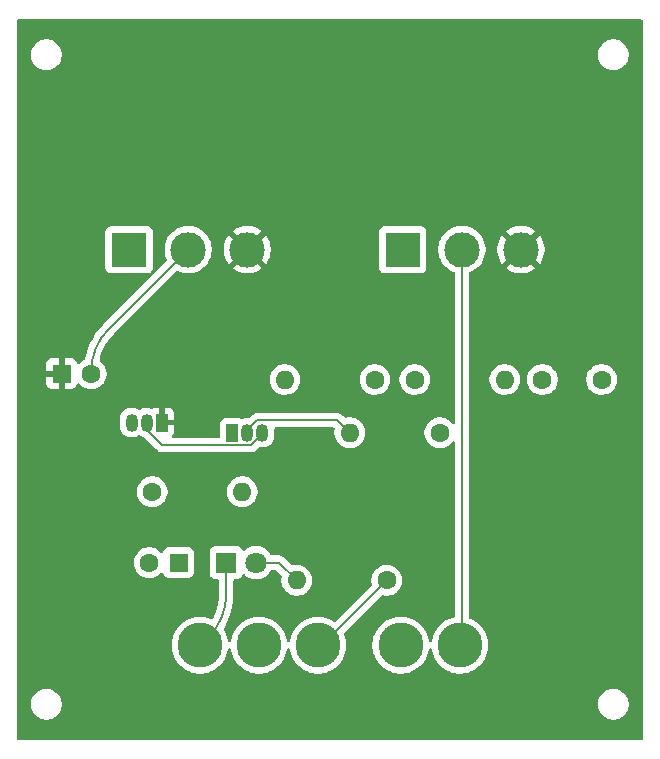
<source format=gbr>
%TF.GenerationSoftware,KiCad,Pcbnew,9.0.0*%
%TF.CreationDate,2025-04-02T21:44:06-06:00*%
%TF.ProjectId,FuzzFace2copy,46757a7a-4661-4636-9532-636f70792e6b,rev?*%
%TF.SameCoordinates,Original*%
%TF.FileFunction,Copper,L2,Bot*%
%TF.FilePolarity,Positive*%
%FSLAX46Y46*%
G04 Gerber Fmt 4.6, Leading zero omitted, Abs format (unit mm)*
G04 Created by KiCad (PCBNEW 9.0.0) date 2025-04-02 21:44:06*
%MOMM*%
%LPD*%
G01*
G04 APERTURE LIST*
%TA.AperFunction,ComponentPad*%
%ADD10C,1.600000*%
%TD*%
%TA.AperFunction,ComponentPad*%
%ADD11O,1.600000X1.600000*%
%TD*%
%TA.AperFunction,ComponentPad*%
%ADD12R,1.800000X1.800000*%
%TD*%
%TA.AperFunction,ComponentPad*%
%ADD13C,1.800000*%
%TD*%
%TA.AperFunction,ComponentPad*%
%ADD14C,2.600000*%
%TD*%
%TA.AperFunction,ConnectorPad*%
%ADD15C,3.800000*%
%TD*%
%TA.AperFunction,ComponentPad*%
%ADD16R,1.050000X1.500000*%
%TD*%
%TA.AperFunction,ComponentPad*%
%ADD17O,1.050000X1.500000*%
%TD*%
%TA.AperFunction,ComponentPad*%
%ADD18R,1.600000X1.600000*%
%TD*%
%TA.AperFunction,ComponentPad*%
%ADD19R,3.000000X3.000000*%
%TD*%
%TA.AperFunction,ComponentPad*%
%ADD20C,3.000000*%
%TD*%
%TA.AperFunction,Conductor*%
%ADD21C,0.200000*%
%TD*%
G04 APERTURE END LIST*
D10*
%TO.P,R1,1*%
%TO.N,Net-(H5-Pad1)*%
X158810000Y-59000000D03*
D11*
%TO.P,R1,2*%
%TO.N,Net-(Q1-C)*%
X151190000Y-59000000D03*
%TD*%
D10*
%TO.P,C3,1*%
%TO.N,Net-(C3-Pad1)*%
X173000000Y-59000000D03*
%TO.P,C3,2*%
%TO.N,Net-(C3-Pad2)*%
X178000000Y-59000000D03*
%TD*%
D12*
%TO.P,D1,1,K*%
%TO.N,Net-(D1-K)*%
X146225000Y-74500000D03*
D13*
%TO.P,D1,2,A*%
%TO.N,Net-(D1-A)*%
X148765000Y-74500000D03*
%TD*%
D10*
%TO.P,R4,1*%
%TO.N,Net-(Q1-B)*%
X139960000Y-68500000D03*
D11*
%TO.P,R4,2*%
%TO.N,Net-(Q2-E)*%
X147580000Y-68500000D03*
%TD*%
D14*
%TO.P,H3,1,1*%
%TO.N,Net-(D1-K)*%
X144000000Y-81500000D03*
D15*
X144000000Y-81500000D03*
%TD*%
D10*
%TO.P,R5,1*%
%TO.N,Net-(H4-Pad1)*%
X159810000Y-76000000D03*
D11*
%TO.P,R5,2*%
%TO.N,Net-(D1-A)*%
X152190000Y-76000000D03*
%TD*%
D16*
%TO.P,Q1,1,E*%
%TO.N,GND*%
X140770000Y-62640000D03*
D17*
%TO.P,Q1,2,C*%
%TO.N,Net-(Q1-C)*%
X139500000Y-62640000D03*
%TO.P,Q1,3,B*%
%TO.N,Net-(Q1-B)*%
X138230000Y-62640000D03*
%TD*%
D10*
%TO.P,R2,1*%
%TO.N,Net-(H5-Pad1)*%
X162190000Y-59000000D03*
D11*
%TO.P,R2,2*%
%TO.N,Net-(C3-Pad1)*%
X169810000Y-59000000D03*
%TD*%
D10*
%TO.P,R3,1*%
%TO.N,Net-(C3-Pad1)*%
X164310000Y-63500000D03*
D11*
%TO.P,R3,2*%
%TO.N,Net-(Q2-C)*%
X156690000Y-63500000D03*
%TD*%
D14*
%TO.P,H5,1,1*%
%TO.N,Net-(H5-Pad1)*%
X161000000Y-81500000D03*
D15*
X161000000Y-81500000D03*
%TD*%
D14*
%TO.P,H2,1,1*%
%TO.N,Net-(H2-Pad1)*%
X166000000Y-81500000D03*
D15*
X166000000Y-81500000D03*
%TD*%
D18*
%TO.P,C1,1*%
%TO.N,Net-(C1-Pad1)*%
X142205113Y-74500000D03*
D10*
%TO.P,C1,2*%
%TO.N,Net-(Q1-B)*%
X139705113Y-74500000D03*
%TD*%
D14*
%TO.P,H1,1,1*%
%TO.N,Net-(C1-Pad1)*%
X149000000Y-81500000D03*
D15*
X149000000Y-81500000D03*
%TD*%
D16*
%TO.P,Q2,1,E*%
%TO.N,Net-(Q2-E)*%
X146730000Y-63500000D03*
D17*
%TO.P,Q2,2,C*%
%TO.N,Net-(Q2-C)*%
X148000000Y-63500000D03*
%TO.P,Q2,3,B*%
%TO.N,Net-(Q1-C)*%
X149270000Y-63500000D03*
%TD*%
D14*
%TO.P,H4,1,1*%
%TO.N,Net-(H4-Pad1)*%
X154000000Y-81500000D03*
D15*
X154000000Y-81500000D03*
%TD*%
D18*
%TO.P,C2,1*%
%TO.N,GND*%
X132294888Y-58500000D03*
D10*
%TO.P,C2,2*%
%TO.N,Net-(C2-Pad2)*%
X134794888Y-58500000D03*
%TD*%
D19*
%TO.P,R_vol1,1,1*%
%TO.N,Net-(C3-Pad2)*%
X161177525Y-48000000D03*
D20*
%TO.P,R_vol1,2,2*%
%TO.N,Net-(H2-Pad1)*%
X166177525Y-48000000D03*
%TO.P,R_vol1,3,3*%
%TO.N,GND*%
X171177525Y-48000000D03*
%TD*%
D19*
%TO.P,R_fuzz1,1,1*%
%TO.N,Net-(Q2-E)*%
X138000000Y-48000000D03*
D20*
%TO.P,R_fuzz1,2,2*%
%TO.N,Net-(C2-Pad2)*%
X143000000Y-48000000D03*
%TO.P,R_fuzz1,3,3*%
%TO.N,GND*%
X148000000Y-48000000D03*
%TD*%
D21*
%TO.N,Net-(D1-K)*%
X146225000Y-77203932D02*
G75*
G02*
X144760518Y-80739450I-5000000J32D01*
G01*
%TO.N,Net-(C2-Pad2)*%
X134794888Y-58276180D02*
G75*
G02*
X136259362Y-54740654I5000012J-20D01*
G01*
%TO.N,Net-(Q1-C)*%
X149270000Y-63500000D02*
X149270000Y-63623140D01*
X149270000Y-63623140D02*
X148342140Y-64551000D01*
X140804000Y-64551000D02*
X139500000Y-63247000D01*
X148342140Y-64551000D02*
X140804000Y-64551000D01*
X139500000Y-63247000D02*
X139500000Y-62640000D01*
%TO.N,Net-(Q2-C)*%
X148000000Y-63275000D02*
X148000000Y-63500000D01*
X156690000Y-63500000D02*
X155639000Y-62449000D01*
X155639000Y-62449000D02*
X148826000Y-62449000D01*
X148826000Y-62449000D02*
X148000000Y-63275000D01*
%TO.N,Net-(C2-Pad2)*%
X143000000Y-48000000D02*
X136259354Y-54740646D01*
X134794888Y-58276180D02*
X134794888Y-58500000D01*
%TO.N,Net-(D1-K)*%
X146225000Y-74500000D02*
X146225000Y-77203932D01*
X144760534Y-80739466D02*
X144000000Y-81500000D01*
%TO.N,Net-(D1-A)*%
X148765000Y-74500000D02*
X150690000Y-74500000D01*
X150690000Y-74500000D02*
X152190000Y-76000000D01*
%TO.N,Net-(H2-Pad1)*%
X166177525Y-81322475D02*
X166000000Y-81500000D01*
X166177525Y-48000000D02*
X166177525Y-81322475D01*
%TO.N,Net-(H4-Pad1)*%
X154310000Y-81500000D02*
X154000000Y-81500000D01*
X159810000Y-76000000D02*
X154310000Y-81500000D01*
%TD*%
%TA.AperFunction,Conductor*%
%TO.N,GND*%
G36*
X181442539Y-28520185D02*
G01*
X181488294Y-28572989D01*
X181499500Y-28624500D01*
X181499500Y-89375500D01*
X181479815Y-89442539D01*
X181427011Y-89488294D01*
X181375500Y-89499500D01*
X128624500Y-89499500D01*
X128557461Y-89479815D01*
X128511706Y-89427011D01*
X128500500Y-89375500D01*
X128500500Y-86397648D01*
X129699500Y-86397648D01*
X129699500Y-86602351D01*
X129731522Y-86804534D01*
X129794781Y-86999223D01*
X129887715Y-87181613D01*
X130008028Y-87347213D01*
X130152786Y-87491971D01*
X130307749Y-87604556D01*
X130318390Y-87612287D01*
X130434607Y-87671503D01*
X130500776Y-87705218D01*
X130500778Y-87705218D01*
X130500781Y-87705220D01*
X130605137Y-87739127D01*
X130695465Y-87768477D01*
X130796557Y-87784488D01*
X130897648Y-87800500D01*
X130897649Y-87800500D01*
X131102351Y-87800500D01*
X131102352Y-87800500D01*
X131304534Y-87768477D01*
X131499219Y-87705220D01*
X131681610Y-87612287D01*
X131774590Y-87544732D01*
X131847213Y-87491971D01*
X131847215Y-87491968D01*
X131847219Y-87491966D01*
X131991966Y-87347219D01*
X131991968Y-87347215D01*
X131991971Y-87347213D01*
X132044732Y-87274590D01*
X132112287Y-87181610D01*
X132205220Y-86999219D01*
X132268477Y-86804534D01*
X132300500Y-86602352D01*
X132300500Y-86397648D01*
X177699500Y-86397648D01*
X177699500Y-86602351D01*
X177731522Y-86804534D01*
X177794781Y-86999223D01*
X177887715Y-87181613D01*
X178008028Y-87347213D01*
X178152786Y-87491971D01*
X178307749Y-87604556D01*
X178318390Y-87612287D01*
X178434607Y-87671503D01*
X178500776Y-87705218D01*
X178500778Y-87705218D01*
X178500781Y-87705220D01*
X178605137Y-87739127D01*
X178695465Y-87768477D01*
X178796557Y-87784488D01*
X178897648Y-87800500D01*
X178897649Y-87800500D01*
X179102351Y-87800500D01*
X179102352Y-87800500D01*
X179304534Y-87768477D01*
X179499219Y-87705220D01*
X179681610Y-87612287D01*
X179774590Y-87544732D01*
X179847213Y-87491971D01*
X179847215Y-87491968D01*
X179847219Y-87491966D01*
X179991966Y-87347219D01*
X179991968Y-87347215D01*
X179991971Y-87347213D01*
X180044732Y-87274590D01*
X180112287Y-87181610D01*
X180205220Y-86999219D01*
X180268477Y-86804534D01*
X180300500Y-86602352D01*
X180300500Y-86397648D01*
X180268477Y-86195466D01*
X180205220Y-86000781D01*
X180205218Y-86000778D01*
X180205218Y-86000776D01*
X180171503Y-85934607D01*
X180112287Y-85818390D01*
X180104556Y-85807749D01*
X179991971Y-85652786D01*
X179847213Y-85508028D01*
X179681613Y-85387715D01*
X179681612Y-85387714D01*
X179681610Y-85387713D01*
X179624653Y-85358691D01*
X179499223Y-85294781D01*
X179304534Y-85231522D01*
X179129995Y-85203878D01*
X179102352Y-85199500D01*
X178897648Y-85199500D01*
X178873329Y-85203351D01*
X178695465Y-85231522D01*
X178500776Y-85294781D01*
X178318386Y-85387715D01*
X178152786Y-85508028D01*
X178008028Y-85652786D01*
X177887715Y-85818386D01*
X177794781Y-86000776D01*
X177731522Y-86195465D01*
X177699500Y-86397648D01*
X132300500Y-86397648D01*
X132268477Y-86195466D01*
X132205220Y-86000781D01*
X132205218Y-86000778D01*
X132205218Y-86000776D01*
X132171503Y-85934607D01*
X132112287Y-85818390D01*
X132104556Y-85807749D01*
X131991971Y-85652786D01*
X131847213Y-85508028D01*
X131681613Y-85387715D01*
X131681612Y-85387714D01*
X131681610Y-85387713D01*
X131624653Y-85358691D01*
X131499223Y-85294781D01*
X131304534Y-85231522D01*
X131129995Y-85203878D01*
X131102352Y-85199500D01*
X130897648Y-85199500D01*
X130873329Y-85203351D01*
X130695465Y-85231522D01*
X130500776Y-85294781D01*
X130318386Y-85387715D01*
X130152786Y-85508028D01*
X130008028Y-85652786D01*
X129887715Y-85818386D01*
X129794781Y-86000776D01*
X129731522Y-86195465D01*
X129699500Y-86397648D01*
X128500500Y-86397648D01*
X128500500Y-81365186D01*
X141599500Y-81365186D01*
X141599500Y-81634813D01*
X141629686Y-81902719D01*
X141629688Y-81902731D01*
X141689684Y-82165594D01*
X141689687Y-82165602D01*
X141778734Y-82420082D01*
X141895714Y-82662994D01*
X141895716Y-82662997D01*
X142039162Y-82891289D01*
X142207266Y-83102085D01*
X142397915Y-83292734D01*
X142608711Y-83460838D01*
X142837003Y-83604284D01*
X143079921Y-83721267D01*
X143271049Y-83788145D01*
X143334397Y-83810312D01*
X143334405Y-83810315D01*
X143334408Y-83810315D01*
X143334409Y-83810316D01*
X143597268Y-83870312D01*
X143865187Y-83900499D01*
X143865188Y-83900500D01*
X143865191Y-83900500D01*
X144134812Y-83900500D01*
X144134812Y-83900499D01*
X144402732Y-83870312D01*
X144665591Y-83810316D01*
X144920079Y-83721267D01*
X145162997Y-83604284D01*
X145391289Y-83460838D01*
X145602085Y-83292734D01*
X145792734Y-83102085D01*
X145960838Y-82891289D01*
X146104284Y-82662997D01*
X146221267Y-82420079D01*
X146310316Y-82165591D01*
X146370312Y-81902732D01*
X146370313Y-81902720D01*
X146370314Y-81902717D01*
X146376780Y-81845332D01*
X146403846Y-81780918D01*
X146461441Y-81741362D01*
X146531278Y-81739225D01*
X146591185Y-81775183D01*
X146622140Y-81837821D01*
X146623220Y-81845332D01*
X146629685Y-81902717D01*
X146629688Y-81902731D01*
X146689684Y-82165594D01*
X146689687Y-82165602D01*
X146778734Y-82420082D01*
X146895714Y-82662994D01*
X146895716Y-82662997D01*
X147039162Y-82891289D01*
X147207266Y-83102085D01*
X147397915Y-83292734D01*
X147608711Y-83460838D01*
X147837003Y-83604284D01*
X148079921Y-83721267D01*
X148271049Y-83788145D01*
X148334397Y-83810312D01*
X148334405Y-83810315D01*
X148334408Y-83810315D01*
X148334409Y-83810316D01*
X148597268Y-83870312D01*
X148865187Y-83900499D01*
X148865188Y-83900500D01*
X148865191Y-83900500D01*
X149134812Y-83900500D01*
X149134812Y-83900499D01*
X149402732Y-83870312D01*
X149665591Y-83810316D01*
X149920079Y-83721267D01*
X150162997Y-83604284D01*
X150391289Y-83460838D01*
X150602085Y-83292734D01*
X150792734Y-83102085D01*
X150960838Y-82891289D01*
X151104284Y-82662997D01*
X151221267Y-82420079D01*
X151310316Y-82165591D01*
X151370312Y-81902732D01*
X151370313Y-81902720D01*
X151370314Y-81902717D01*
X151376780Y-81845332D01*
X151403846Y-81780918D01*
X151461441Y-81741362D01*
X151531278Y-81739225D01*
X151591185Y-81775183D01*
X151622140Y-81837821D01*
X151623220Y-81845332D01*
X151629685Y-81902717D01*
X151629688Y-81902731D01*
X151689684Y-82165594D01*
X151689687Y-82165602D01*
X151778734Y-82420082D01*
X151895714Y-82662994D01*
X151895716Y-82662997D01*
X152039162Y-82891289D01*
X152207266Y-83102085D01*
X152397915Y-83292734D01*
X152608711Y-83460838D01*
X152837003Y-83604284D01*
X153079921Y-83721267D01*
X153271049Y-83788145D01*
X153334397Y-83810312D01*
X153334405Y-83810315D01*
X153334408Y-83810315D01*
X153334409Y-83810316D01*
X153597268Y-83870312D01*
X153865187Y-83900499D01*
X153865188Y-83900500D01*
X153865191Y-83900500D01*
X154134812Y-83900500D01*
X154134812Y-83900499D01*
X154402732Y-83870312D01*
X154665591Y-83810316D01*
X154920079Y-83721267D01*
X155162997Y-83604284D01*
X155391289Y-83460838D01*
X155602085Y-83292734D01*
X155792734Y-83102085D01*
X155960838Y-82891289D01*
X156104284Y-82662997D01*
X156221267Y-82420079D01*
X156310316Y-82165591D01*
X156370312Y-81902732D01*
X156400500Y-81634809D01*
X156400500Y-81365191D01*
X156400499Y-81365186D01*
X158599500Y-81365186D01*
X158599500Y-81634813D01*
X158629686Y-81902719D01*
X158629688Y-81902731D01*
X158689684Y-82165594D01*
X158689687Y-82165602D01*
X158778734Y-82420082D01*
X158895714Y-82662994D01*
X158895716Y-82662997D01*
X159039162Y-82891289D01*
X159207266Y-83102085D01*
X159397915Y-83292734D01*
X159608711Y-83460838D01*
X159837003Y-83604284D01*
X160079921Y-83721267D01*
X160271049Y-83788145D01*
X160334397Y-83810312D01*
X160334405Y-83810315D01*
X160334408Y-83810315D01*
X160334409Y-83810316D01*
X160597268Y-83870312D01*
X160865187Y-83900499D01*
X160865188Y-83900500D01*
X160865191Y-83900500D01*
X161134812Y-83900500D01*
X161134812Y-83900499D01*
X161402732Y-83870312D01*
X161665591Y-83810316D01*
X161920079Y-83721267D01*
X162162997Y-83604284D01*
X162391289Y-83460838D01*
X162602085Y-83292734D01*
X162792734Y-83102085D01*
X162960838Y-82891289D01*
X163104284Y-82662997D01*
X163221267Y-82420079D01*
X163310316Y-82165591D01*
X163370312Y-81902732D01*
X163370313Y-81902720D01*
X163370314Y-81902717D01*
X163376780Y-81845332D01*
X163403846Y-81780918D01*
X163461441Y-81741362D01*
X163531278Y-81739225D01*
X163591185Y-81775183D01*
X163622140Y-81837821D01*
X163623220Y-81845332D01*
X163629685Y-81902717D01*
X163629688Y-81902731D01*
X163689684Y-82165594D01*
X163689687Y-82165602D01*
X163778734Y-82420082D01*
X163895714Y-82662994D01*
X163895716Y-82662997D01*
X164039162Y-82891289D01*
X164207266Y-83102085D01*
X164397915Y-83292734D01*
X164608711Y-83460838D01*
X164837003Y-83604284D01*
X165079921Y-83721267D01*
X165271049Y-83788145D01*
X165334397Y-83810312D01*
X165334405Y-83810315D01*
X165334408Y-83810315D01*
X165334409Y-83810316D01*
X165597268Y-83870312D01*
X165865187Y-83900499D01*
X165865188Y-83900500D01*
X165865191Y-83900500D01*
X166134812Y-83900500D01*
X166134812Y-83900499D01*
X166402732Y-83870312D01*
X166665591Y-83810316D01*
X166920079Y-83721267D01*
X167162997Y-83604284D01*
X167391289Y-83460838D01*
X167602085Y-83292734D01*
X167792734Y-83102085D01*
X167960838Y-82891289D01*
X168104284Y-82662997D01*
X168221267Y-82420079D01*
X168310316Y-82165591D01*
X168370312Y-81902732D01*
X168400500Y-81634809D01*
X168400500Y-81365191D01*
X168370312Y-81097268D01*
X168310316Y-80834409D01*
X168221267Y-80579921D01*
X168104284Y-80337003D01*
X167960838Y-80108711D01*
X167792734Y-79897915D01*
X167602085Y-79707266D01*
X167391289Y-79539162D01*
X167162997Y-79395716D01*
X167162994Y-79395714D01*
X166920086Y-79278736D01*
X166920077Y-79278732D01*
X166861069Y-79258084D01*
X166804294Y-79217362D01*
X166778547Y-79152409D01*
X166778025Y-79141043D01*
X166778025Y-58897648D01*
X168509500Y-58897648D01*
X168509500Y-59102351D01*
X168541522Y-59304534D01*
X168604781Y-59499223D01*
X168662391Y-59612287D01*
X168685270Y-59657190D01*
X168697715Y-59681613D01*
X168818028Y-59847213D01*
X168962786Y-59991971D01*
X169117749Y-60104556D01*
X169128390Y-60112287D01*
X169244607Y-60171503D01*
X169310776Y-60205218D01*
X169310778Y-60205218D01*
X169310781Y-60205220D01*
X169415137Y-60239127D01*
X169505465Y-60268477D01*
X169606557Y-60284488D01*
X169707648Y-60300500D01*
X169707649Y-60300500D01*
X169912351Y-60300500D01*
X169912352Y-60300500D01*
X170114534Y-60268477D01*
X170309219Y-60205220D01*
X170491610Y-60112287D01*
X170584590Y-60044732D01*
X170657213Y-59991971D01*
X170657215Y-59991968D01*
X170657219Y-59991966D01*
X170801966Y-59847219D01*
X170801968Y-59847215D01*
X170801971Y-59847213D01*
X170859175Y-59768477D01*
X170922287Y-59681610D01*
X171015220Y-59499219D01*
X171078477Y-59304534D01*
X171110500Y-59102352D01*
X171110500Y-58897648D01*
X171699500Y-58897648D01*
X171699500Y-59102351D01*
X171731522Y-59304534D01*
X171794781Y-59499223D01*
X171852391Y-59612287D01*
X171875270Y-59657190D01*
X171887715Y-59681613D01*
X172008028Y-59847213D01*
X172152786Y-59991971D01*
X172307749Y-60104556D01*
X172318390Y-60112287D01*
X172434607Y-60171503D01*
X172500776Y-60205218D01*
X172500778Y-60205218D01*
X172500781Y-60205220D01*
X172605137Y-60239127D01*
X172695465Y-60268477D01*
X172796557Y-60284488D01*
X172897648Y-60300500D01*
X172897649Y-60300500D01*
X173102351Y-60300500D01*
X173102352Y-60300500D01*
X173304534Y-60268477D01*
X173499219Y-60205220D01*
X173681610Y-60112287D01*
X173774590Y-60044732D01*
X173847213Y-59991971D01*
X173847215Y-59991968D01*
X173847219Y-59991966D01*
X173991966Y-59847219D01*
X173991968Y-59847215D01*
X173991971Y-59847213D01*
X174049175Y-59768477D01*
X174112287Y-59681610D01*
X174205220Y-59499219D01*
X174268477Y-59304534D01*
X174300500Y-59102352D01*
X174300500Y-58897648D01*
X176699500Y-58897648D01*
X176699500Y-59102351D01*
X176731522Y-59304534D01*
X176794781Y-59499223D01*
X176852391Y-59612287D01*
X176875270Y-59657190D01*
X176887715Y-59681613D01*
X177008028Y-59847213D01*
X177152786Y-59991971D01*
X177307749Y-60104556D01*
X177318390Y-60112287D01*
X177434607Y-60171503D01*
X177500776Y-60205218D01*
X177500778Y-60205218D01*
X177500781Y-60205220D01*
X177605137Y-60239127D01*
X177695465Y-60268477D01*
X177796557Y-60284488D01*
X177897648Y-60300500D01*
X177897649Y-60300500D01*
X178102351Y-60300500D01*
X178102352Y-60300500D01*
X178304534Y-60268477D01*
X178499219Y-60205220D01*
X178681610Y-60112287D01*
X178774590Y-60044732D01*
X178847213Y-59991971D01*
X178847215Y-59991968D01*
X178847219Y-59991966D01*
X178991966Y-59847219D01*
X178991968Y-59847215D01*
X178991971Y-59847213D01*
X179049175Y-59768477D01*
X179112287Y-59681610D01*
X179205220Y-59499219D01*
X179268477Y-59304534D01*
X179300500Y-59102352D01*
X179300500Y-58897648D01*
X179285752Y-58804534D01*
X179268477Y-58695465D01*
X179205218Y-58500776D01*
X179126154Y-58345606D01*
X179112287Y-58318390D01*
X179065792Y-58254394D01*
X178991971Y-58152786D01*
X178847213Y-58008028D01*
X178681613Y-57887715D01*
X178681612Y-57887714D01*
X178681610Y-57887713D01*
X178624653Y-57858691D01*
X178499223Y-57794781D01*
X178304534Y-57731522D01*
X178129995Y-57703878D01*
X178102352Y-57699500D01*
X177897648Y-57699500D01*
X177873329Y-57703351D01*
X177695465Y-57731522D01*
X177500776Y-57794781D01*
X177318386Y-57887715D01*
X177152786Y-58008028D01*
X177008028Y-58152786D01*
X176887715Y-58318386D01*
X176794781Y-58500776D01*
X176731522Y-58695465D01*
X176699500Y-58897648D01*
X174300500Y-58897648D01*
X174285752Y-58804534D01*
X174268477Y-58695465D01*
X174205218Y-58500776D01*
X174126154Y-58345606D01*
X174112287Y-58318390D01*
X174065792Y-58254394D01*
X173991971Y-58152786D01*
X173847213Y-58008028D01*
X173681613Y-57887715D01*
X173681612Y-57887714D01*
X173681610Y-57887713D01*
X173624653Y-57858691D01*
X173499223Y-57794781D01*
X173304534Y-57731522D01*
X173129995Y-57703878D01*
X173102352Y-57699500D01*
X172897648Y-57699500D01*
X172873329Y-57703351D01*
X172695465Y-57731522D01*
X172500776Y-57794781D01*
X172318386Y-57887715D01*
X172152786Y-58008028D01*
X172008028Y-58152786D01*
X171887715Y-58318386D01*
X171794781Y-58500776D01*
X171731522Y-58695465D01*
X171699500Y-58897648D01*
X171110500Y-58897648D01*
X171095752Y-58804534D01*
X171078477Y-58695465D01*
X171015218Y-58500776D01*
X170936154Y-58345606D01*
X170922287Y-58318390D01*
X170875792Y-58254394D01*
X170801971Y-58152786D01*
X170657213Y-58008028D01*
X170491613Y-57887715D01*
X170491612Y-57887714D01*
X170491610Y-57887713D01*
X170434653Y-57858691D01*
X170309223Y-57794781D01*
X170114534Y-57731522D01*
X169939995Y-57703878D01*
X169912352Y-57699500D01*
X169707648Y-57699500D01*
X169683329Y-57703351D01*
X169505465Y-57731522D01*
X169310776Y-57794781D01*
X169128386Y-57887715D01*
X168962786Y-58008028D01*
X168818028Y-58152786D01*
X168697715Y-58318386D01*
X168604781Y-58500776D01*
X168541522Y-58695465D01*
X168509500Y-58897648D01*
X166778025Y-58897648D01*
X166778025Y-49999444D01*
X166797710Y-49932405D01*
X166850514Y-49886650D01*
X166854572Y-49884883D01*
X167064222Y-49798043D01*
X167291328Y-49666924D01*
X167499376Y-49507282D01*
X167499380Y-49507277D01*
X167499385Y-49507274D01*
X167684799Y-49321860D01*
X167684802Y-49321855D01*
X167684807Y-49321851D01*
X167844449Y-49113803D01*
X167975568Y-48886697D01*
X168075923Y-48644419D01*
X168143795Y-48391116D01*
X168178025Y-48131120D01*
X168178025Y-47868905D01*
X169177525Y-47868905D01*
X169177525Y-48131094D01*
X169211745Y-48391009D01*
X169211747Y-48391020D01*
X169279600Y-48644255D01*
X169379929Y-48886471D01*
X169379934Y-48886482D01*
X169511013Y-49113516D01*
X169511019Y-49113524D01*
X169597605Y-49226365D01*
X170612912Y-48211058D01*
X170618414Y-48231591D01*
X170697406Y-48368408D01*
X170809117Y-48480119D01*
X170945934Y-48559111D01*
X170966465Y-48564612D01*
X169951158Y-49579917D01*
X169951158Y-49579918D01*
X170064000Y-49666505D01*
X170064008Y-49666511D01*
X170291042Y-49797590D01*
X170291053Y-49797595D01*
X170533269Y-49897924D01*
X170786504Y-49965777D01*
X170786515Y-49965779D01*
X171046430Y-49999999D01*
X171046445Y-50000000D01*
X171308605Y-50000000D01*
X171308619Y-49999999D01*
X171568534Y-49965779D01*
X171568545Y-49965777D01*
X171821780Y-49897924D01*
X172063996Y-49797595D01*
X172064007Y-49797590D01*
X172291041Y-49666511D01*
X172291059Y-49666499D01*
X172403890Y-49579919D01*
X172403890Y-49579917D01*
X171388584Y-48564612D01*
X171409116Y-48559111D01*
X171545933Y-48480119D01*
X171657644Y-48368408D01*
X171736636Y-48231591D01*
X171742137Y-48211060D01*
X172757442Y-49226365D01*
X172757444Y-49226365D01*
X172844024Y-49113534D01*
X172844036Y-49113516D01*
X172975115Y-48886482D01*
X172975120Y-48886471D01*
X173075449Y-48644255D01*
X173143302Y-48391020D01*
X173143304Y-48391009D01*
X173177524Y-48131094D01*
X173177525Y-48131080D01*
X173177525Y-47868919D01*
X173177524Y-47868905D01*
X173143304Y-47608990D01*
X173143302Y-47608979D01*
X173075449Y-47355744D01*
X172975120Y-47113528D01*
X172975115Y-47113517D01*
X172844036Y-46886483D01*
X172844030Y-46886475D01*
X172757443Y-46773633D01*
X172757442Y-46773633D01*
X171742137Y-47788939D01*
X171736636Y-47768409D01*
X171657644Y-47631592D01*
X171545933Y-47519881D01*
X171409116Y-47440889D01*
X171388582Y-47435387D01*
X172403890Y-46420080D01*
X172291049Y-46333494D01*
X172291041Y-46333488D01*
X172064007Y-46202409D01*
X172063996Y-46202404D01*
X171821780Y-46102075D01*
X171568545Y-46034222D01*
X171568534Y-46034220D01*
X171308619Y-46000000D01*
X171046430Y-46000000D01*
X170786515Y-46034220D01*
X170786504Y-46034222D01*
X170533269Y-46102075D01*
X170291053Y-46202404D01*
X170291042Y-46202409D01*
X170063996Y-46333496D01*
X169951158Y-46420079D01*
X169951158Y-46420080D01*
X170966465Y-47435387D01*
X170945934Y-47440889D01*
X170809117Y-47519881D01*
X170697406Y-47631592D01*
X170618414Y-47768409D01*
X170612912Y-47788940D01*
X169597605Y-46773633D01*
X169597604Y-46773633D01*
X169511021Y-46886471D01*
X169379934Y-47113517D01*
X169379929Y-47113528D01*
X169279600Y-47355744D01*
X169211747Y-47608979D01*
X169211745Y-47608990D01*
X169177525Y-47868905D01*
X168178025Y-47868905D01*
X168178025Y-47868880D01*
X168143795Y-47608884D01*
X168075923Y-47355581D01*
X168075919Y-47355571D01*
X167975571Y-47113309D01*
X167975566Y-47113299D01*
X167844449Y-46886196D01*
X167684806Y-46678148D01*
X167684799Y-46678140D01*
X167499385Y-46492726D01*
X167499376Y-46492718D01*
X167291328Y-46333075D01*
X167064225Y-46201958D01*
X167064215Y-46201953D01*
X166821953Y-46101605D01*
X166821946Y-46101603D01*
X166821944Y-46101602D01*
X166568641Y-46033730D01*
X166510864Y-46026123D01*
X166308652Y-45999500D01*
X166308645Y-45999500D01*
X166046405Y-45999500D01*
X166046397Y-45999500D01*
X165815297Y-46029926D01*
X165786409Y-46033730D01*
X165533106Y-46101602D01*
X165533096Y-46101605D01*
X165290834Y-46201953D01*
X165290824Y-46201958D01*
X165063721Y-46333075D01*
X164855673Y-46492718D01*
X164670243Y-46678148D01*
X164510600Y-46886196D01*
X164379483Y-47113299D01*
X164379478Y-47113309D01*
X164279130Y-47355571D01*
X164279127Y-47355581D01*
X164211255Y-47608884D01*
X164211241Y-47608990D01*
X164177025Y-47868872D01*
X164177025Y-48131127D01*
X164203648Y-48333339D01*
X164211255Y-48391116D01*
X164256269Y-48559111D01*
X164279127Y-48644418D01*
X164279130Y-48644428D01*
X164379478Y-48886690D01*
X164379483Y-48886700D01*
X164510600Y-49113803D01*
X164670243Y-49321851D01*
X164670251Y-49321860D01*
X164855665Y-49507274D01*
X164855673Y-49507281D01*
X165063721Y-49666924D01*
X165290824Y-49798041D01*
X165290825Y-49798041D01*
X165290828Y-49798043D01*
X165500478Y-49884883D01*
X165554881Y-49928724D01*
X165576946Y-49995018D01*
X165577025Y-49999444D01*
X165577025Y-62649734D01*
X165557340Y-62716773D01*
X165504536Y-62762528D01*
X165435378Y-62772472D01*
X165371822Y-62743447D01*
X165352707Y-62722619D01*
X165301971Y-62652787D01*
X165301967Y-62652782D01*
X165157213Y-62508028D01*
X164991613Y-62387715D01*
X164991612Y-62387714D01*
X164991610Y-62387713D01*
X164916313Y-62349347D01*
X164809223Y-62294781D01*
X164614534Y-62231522D01*
X164439995Y-62203878D01*
X164412352Y-62199500D01*
X164207648Y-62199500D01*
X164183329Y-62203351D01*
X164005465Y-62231522D01*
X163810776Y-62294781D01*
X163628386Y-62387715D01*
X163462786Y-62508028D01*
X163318028Y-62652786D01*
X163197715Y-62818386D01*
X163104781Y-63000776D01*
X163041522Y-63195465D01*
X163009500Y-63397648D01*
X163009500Y-63602351D01*
X163041522Y-63804534D01*
X163104781Y-63999223D01*
X163197715Y-64181613D01*
X163318028Y-64347213D01*
X163462786Y-64491971D01*
X163617749Y-64604556D01*
X163628390Y-64612287D01*
X163744607Y-64671503D01*
X163810776Y-64705218D01*
X163810778Y-64705218D01*
X163810781Y-64705220D01*
X163859695Y-64721113D01*
X164005465Y-64768477D01*
X164106557Y-64784488D01*
X164207648Y-64800500D01*
X164207649Y-64800500D01*
X164412351Y-64800500D01*
X164412352Y-64800500D01*
X164614534Y-64768477D01*
X164809219Y-64705220D01*
X164991610Y-64612287D01*
X165116489Y-64521558D01*
X165157213Y-64491971D01*
X165157215Y-64491968D01*
X165157219Y-64491966D01*
X165301966Y-64347219D01*
X165352706Y-64277381D01*
X165408036Y-64234714D01*
X165477649Y-64228735D01*
X165539444Y-64261340D01*
X165573802Y-64322178D01*
X165577025Y-64350265D01*
X165577025Y-79035421D01*
X165557340Y-79102460D01*
X165504536Y-79148215D01*
X165480618Y-79156312D01*
X165334410Y-79189683D01*
X165334397Y-79189687D01*
X165079917Y-79278734D01*
X164837005Y-79395714D01*
X164608712Y-79539161D01*
X164397915Y-79707265D01*
X164207265Y-79897915D01*
X164039161Y-80108712D01*
X163895714Y-80337005D01*
X163778734Y-80579917D01*
X163689687Y-80834397D01*
X163689684Y-80834405D01*
X163629688Y-81097268D01*
X163629686Y-81097280D01*
X163623220Y-81154668D01*
X163596153Y-81219082D01*
X163538558Y-81258637D01*
X163468722Y-81260774D01*
X163408815Y-81224816D01*
X163377859Y-81162178D01*
X163376780Y-81154668D01*
X163370313Y-81097280D01*
X163370312Y-81097268D01*
X163310316Y-80834409D01*
X163221267Y-80579921D01*
X163104284Y-80337003D01*
X162960838Y-80108711D01*
X162792734Y-79897915D01*
X162602085Y-79707266D01*
X162391289Y-79539162D01*
X162162997Y-79395716D01*
X162162994Y-79395714D01*
X161920082Y-79278734D01*
X161665602Y-79189687D01*
X161665594Y-79189684D01*
X161422973Y-79134308D01*
X161402732Y-79129688D01*
X161402728Y-79129687D01*
X161402719Y-79129686D01*
X161134813Y-79099500D01*
X161134809Y-79099500D01*
X160865191Y-79099500D01*
X160865186Y-79099500D01*
X160597280Y-79129686D01*
X160597268Y-79129688D01*
X160334405Y-79189684D01*
X160334397Y-79189687D01*
X160079917Y-79278734D01*
X159837005Y-79395714D01*
X159608712Y-79539161D01*
X159397915Y-79707265D01*
X159207265Y-79897915D01*
X159039161Y-80108712D01*
X158895714Y-80337005D01*
X158778734Y-80579917D01*
X158689687Y-80834397D01*
X158689684Y-80834405D01*
X158629688Y-81097268D01*
X158629686Y-81097280D01*
X158599500Y-81365186D01*
X156400499Y-81365186D01*
X156370312Y-81097268D01*
X156310316Y-80834409D01*
X156221267Y-80579921D01*
X156213300Y-80563377D01*
X156201948Y-80494436D01*
X156229670Y-80430301D01*
X156237328Y-80421905D01*
X159365159Y-77294075D01*
X159426480Y-77260592D01*
X159491154Y-77263826D01*
X159505466Y-77268477D01*
X159707648Y-77300500D01*
X159707649Y-77300500D01*
X159912351Y-77300500D01*
X159912352Y-77300500D01*
X160114534Y-77268477D01*
X160309219Y-77205220D01*
X160491610Y-77112287D01*
X160584590Y-77044732D01*
X160657213Y-76991971D01*
X160657215Y-76991968D01*
X160657219Y-76991966D01*
X160801966Y-76847219D01*
X160801968Y-76847215D01*
X160801971Y-76847213D01*
X160854732Y-76774590D01*
X160922287Y-76681610D01*
X161015220Y-76499219D01*
X161078477Y-76304534D01*
X161110500Y-76102352D01*
X161110500Y-75897648D01*
X161078477Y-75695466D01*
X161066156Y-75657547D01*
X161032888Y-75555157D01*
X161015220Y-75500781D01*
X161015218Y-75500778D01*
X161015218Y-75500776D01*
X160967682Y-75407483D01*
X160922287Y-75318390D01*
X160914556Y-75307749D01*
X160801971Y-75152786D01*
X160657213Y-75008028D01*
X160491613Y-74887715D01*
X160491612Y-74887714D01*
X160491610Y-74887713D01*
X160434653Y-74858691D01*
X160309223Y-74794781D01*
X160114534Y-74731522D01*
X159939995Y-74703878D01*
X159912352Y-74699500D01*
X159707648Y-74699500D01*
X159683329Y-74703351D01*
X159505465Y-74731522D01*
X159310776Y-74794781D01*
X159128386Y-74887715D01*
X158962786Y-75008028D01*
X158818028Y-75152786D01*
X158697715Y-75318386D01*
X158604781Y-75500776D01*
X158541522Y-75695465D01*
X158509500Y-75897648D01*
X158509500Y-76102351D01*
X158541523Y-76304535D01*
X158546172Y-76318845D01*
X158548165Y-76388687D01*
X158515921Y-76444841D01*
X155479828Y-79480935D01*
X155418505Y-79514420D01*
X155348813Y-79509436D01*
X155326175Y-79498248D01*
X155162994Y-79395714D01*
X154920082Y-79278734D01*
X154665602Y-79189687D01*
X154665594Y-79189684D01*
X154422973Y-79134308D01*
X154402732Y-79129688D01*
X154402728Y-79129687D01*
X154402719Y-79129686D01*
X154134813Y-79099500D01*
X154134809Y-79099500D01*
X153865191Y-79099500D01*
X153865186Y-79099500D01*
X153597280Y-79129686D01*
X153597268Y-79129688D01*
X153334405Y-79189684D01*
X153334397Y-79189687D01*
X153079917Y-79278734D01*
X152837005Y-79395714D01*
X152608712Y-79539161D01*
X152397915Y-79707265D01*
X152207265Y-79897915D01*
X152039161Y-80108712D01*
X151895714Y-80337005D01*
X151778734Y-80579917D01*
X151689687Y-80834397D01*
X151689684Y-80834405D01*
X151629688Y-81097268D01*
X151629686Y-81097280D01*
X151623220Y-81154668D01*
X151596153Y-81219082D01*
X151538558Y-81258637D01*
X151468722Y-81260774D01*
X151408815Y-81224816D01*
X151377859Y-81162178D01*
X151376780Y-81154668D01*
X151370313Y-81097280D01*
X151370312Y-81097268D01*
X151310316Y-80834409D01*
X151221267Y-80579921D01*
X151104284Y-80337003D01*
X150960838Y-80108711D01*
X150792734Y-79897915D01*
X150602085Y-79707266D01*
X150391289Y-79539162D01*
X150162997Y-79395716D01*
X150162994Y-79395714D01*
X149920082Y-79278734D01*
X149665602Y-79189687D01*
X149665594Y-79189684D01*
X149422973Y-79134308D01*
X149402732Y-79129688D01*
X149402728Y-79129687D01*
X149402719Y-79129686D01*
X149134813Y-79099500D01*
X149134809Y-79099500D01*
X148865191Y-79099500D01*
X148865186Y-79099500D01*
X148597280Y-79129686D01*
X148597268Y-79129688D01*
X148334405Y-79189684D01*
X148334397Y-79189687D01*
X148079917Y-79278734D01*
X147837005Y-79395714D01*
X147608712Y-79539161D01*
X147397915Y-79707265D01*
X147207265Y-79897915D01*
X147039161Y-80108712D01*
X146895714Y-80337005D01*
X146778734Y-80579917D01*
X146689687Y-80834397D01*
X146689684Y-80834405D01*
X146629688Y-81097268D01*
X146629686Y-81097280D01*
X146623220Y-81154668D01*
X146596153Y-81219082D01*
X146538558Y-81258637D01*
X146468722Y-81260774D01*
X146408815Y-81224816D01*
X146377859Y-81162178D01*
X146376780Y-81154668D01*
X146370313Y-81097280D01*
X146370312Y-81097268D01*
X146310316Y-80834409D01*
X146221267Y-80579921D01*
X146104284Y-80337003D01*
X146028361Y-80216174D01*
X146009361Y-80148938D01*
X146027626Y-80085415D01*
X146115170Y-79942560D01*
X146314967Y-79550440D01*
X146483384Y-79143853D01*
X146619381Y-78725306D01*
X146722119Y-78297379D01*
X146790967Y-77862710D01*
X146825498Y-77423980D01*
X146825498Y-77297426D01*
X146825500Y-77297422D01*
X146825500Y-76024499D01*
X146845185Y-75957460D01*
X146897989Y-75911705D01*
X146949500Y-75900499D01*
X147172871Y-75900499D01*
X147172872Y-75900499D01*
X147232483Y-75894091D01*
X147367331Y-75843796D01*
X147482546Y-75757546D01*
X147568796Y-75642331D01*
X147580003Y-75612284D01*
X147598601Y-75562420D01*
X147640471Y-75506486D01*
X147705936Y-75482068D01*
X147774209Y-75496919D01*
X147802464Y-75518071D01*
X147852636Y-75568243D01*
X147852641Y-75568247D01*
X148008047Y-75681155D01*
X148030978Y-75697815D01*
X148159375Y-75763237D01*
X148227393Y-75797895D01*
X148227396Y-75797896D01*
X148332221Y-75831955D01*
X148437049Y-75866015D01*
X148654778Y-75900500D01*
X148654779Y-75900500D01*
X148875221Y-75900500D01*
X148875222Y-75900500D01*
X149092951Y-75866015D01*
X149302606Y-75797895D01*
X149499022Y-75697815D01*
X149677365Y-75568242D01*
X149833242Y-75412365D01*
X149962815Y-75234022D01*
X149996352Y-75168204D01*
X150044326Y-75117409D01*
X150106836Y-75100500D01*
X150389903Y-75100500D01*
X150456942Y-75120185D01*
X150477584Y-75136819D01*
X150895922Y-75555157D01*
X150929407Y-75616480D01*
X150926173Y-75681155D01*
X150921522Y-75695468D01*
X150889500Y-75897648D01*
X150889500Y-76102351D01*
X150921522Y-76304534D01*
X150984781Y-76499223D01*
X151077715Y-76681613D01*
X151198028Y-76847213D01*
X151342786Y-76991971D01*
X151497749Y-77104556D01*
X151508390Y-77112287D01*
X151624607Y-77171503D01*
X151690776Y-77205218D01*
X151690778Y-77205218D01*
X151690781Y-77205220D01*
X151795137Y-77239127D01*
X151885465Y-77268477D01*
X151977090Y-77282989D01*
X152087648Y-77300500D01*
X152087649Y-77300500D01*
X152292351Y-77300500D01*
X152292352Y-77300500D01*
X152494534Y-77268477D01*
X152689219Y-77205220D01*
X152871610Y-77112287D01*
X152964590Y-77044732D01*
X153037213Y-76991971D01*
X153037215Y-76991968D01*
X153037219Y-76991966D01*
X153181966Y-76847219D01*
X153181968Y-76847215D01*
X153181971Y-76847213D01*
X153234732Y-76774590D01*
X153302287Y-76681610D01*
X153395220Y-76499219D01*
X153458477Y-76304534D01*
X153490500Y-76102352D01*
X153490500Y-75897648D01*
X153458477Y-75695466D01*
X153446156Y-75657547D01*
X153412888Y-75555157D01*
X153395220Y-75500781D01*
X153395218Y-75500778D01*
X153395218Y-75500776D01*
X153347682Y-75407483D01*
X153302287Y-75318390D01*
X153294556Y-75307749D01*
X153181971Y-75152786D01*
X153037213Y-75008028D01*
X152871613Y-74887715D01*
X152871612Y-74887714D01*
X152871610Y-74887713D01*
X152814653Y-74858691D01*
X152689223Y-74794781D01*
X152494534Y-74731522D01*
X152319995Y-74703878D01*
X152292352Y-74699500D01*
X152087648Y-74699500D01*
X152049599Y-74705526D01*
X151885468Y-74731522D01*
X151876717Y-74734365D01*
X151871154Y-74736173D01*
X151801313Y-74738167D01*
X151745157Y-74705922D01*
X151177590Y-74138355D01*
X151177588Y-74138352D01*
X151058717Y-74019481D01*
X151058716Y-74019480D01*
X150959839Y-73962394D01*
X150959838Y-73962393D01*
X150921783Y-73940422D01*
X150865881Y-73925443D01*
X150769057Y-73899499D01*
X150610943Y-73899499D01*
X150603347Y-73899499D01*
X150603331Y-73899500D01*
X150106836Y-73899500D01*
X150039797Y-73879815D01*
X149996352Y-73831796D01*
X149962814Y-73765976D01*
X149833247Y-73587641D01*
X149833243Y-73587636D01*
X149677363Y-73431756D01*
X149677358Y-73431752D01*
X149499025Y-73302187D01*
X149499024Y-73302186D01*
X149499022Y-73302185D01*
X149408784Y-73256206D01*
X149302606Y-73202104D01*
X149302603Y-73202103D01*
X149092952Y-73133985D01*
X148984086Y-73116742D01*
X148875222Y-73099500D01*
X148654778Y-73099500D01*
X148582201Y-73110995D01*
X148437047Y-73133985D01*
X148227396Y-73202103D01*
X148227393Y-73202104D01*
X148030974Y-73302187D01*
X147852641Y-73431752D01*
X147852636Y-73431756D01*
X147802463Y-73481929D01*
X147741140Y-73515413D01*
X147671448Y-73510428D01*
X147615515Y-73468557D01*
X147598601Y-73437580D01*
X147568797Y-73357671D01*
X147568793Y-73357664D01*
X147482547Y-73242455D01*
X147482544Y-73242452D01*
X147367335Y-73156206D01*
X147367328Y-73156202D01*
X147232482Y-73105908D01*
X147232483Y-73105908D01*
X147172883Y-73099501D01*
X147172881Y-73099500D01*
X147172873Y-73099500D01*
X147172864Y-73099500D01*
X145277129Y-73099500D01*
X145277123Y-73099501D01*
X145217516Y-73105908D01*
X145082671Y-73156202D01*
X145082664Y-73156206D01*
X144967455Y-73242452D01*
X144967452Y-73242455D01*
X144881206Y-73357664D01*
X144881202Y-73357671D01*
X144830908Y-73492517D01*
X144824501Y-73552116D01*
X144824500Y-73552135D01*
X144824500Y-75447870D01*
X144824501Y-75447876D01*
X144830908Y-75507483D01*
X144881202Y-75642328D01*
X144881206Y-75642335D01*
X144967452Y-75757544D01*
X144967455Y-75757547D01*
X145082664Y-75843793D01*
X145082671Y-75843797D01*
X145127618Y-75860561D01*
X145217517Y-75894091D01*
X145277127Y-75900500D01*
X145500500Y-75900499D01*
X145567539Y-75920183D01*
X145613294Y-75972987D01*
X145624500Y-76024499D01*
X145624500Y-77201220D01*
X145624382Y-77206630D01*
X145607992Y-77581962D01*
X145607049Y-77592738D01*
X145558364Y-77962518D01*
X145556486Y-77973171D01*
X145475755Y-78337314D01*
X145472955Y-78347763D01*
X145360796Y-78703479D01*
X145357096Y-78713645D01*
X145214363Y-79058226D01*
X145209791Y-79068030D01*
X145119519Y-79241438D01*
X145071103Y-79291813D01*
X145003138Y-79308015D01*
X144955729Y-79295901D01*
X144920079Y-79278733D01*
X144665590Y-79189683D01*
X144422973Y-79134308D01*
X144402732Y-79129688D01*
X144402728Y-79129687D01*
X144402719Y-79129686D01*
X144134813Y-79099500D01*
X144134809Y-79099500D01*
X143865191Y-79099500D01*
X143865186Y-79099500D01*
X143597280Y-79129686D01*
X143597268Y-79129688D01*
X143334405Y-79189684D01*
X143334397Y-79189687D01*
X143079917Y-79278734D01*
X142837005Y-79395714D01*
X142608712Y-79539161D01*
X142397915Y-79707265D01*
X142207265Y-79897915D01*
X142039161Y-80108712D01*
X141895714Y-80337005D01*
X141778734Y-80579917D01*
X141689687Y-80834397D01*
X141689684Y-80834405D01*
X141629688Y-81097268D01*
X141629686Y-81097280D01*
X141599500Y-81365186D01*
X128500500Y-81365186D01*
X128500500Y-74397648D01*
X138404613Y-74397648D01*
X138404613Y-74602351D01*
X138436635Y-74804534D01*
X138499894Y-74999223D01*
X138551498Y-75100500D01*
X138585995Y-75168204D01*
X138592828Y-75181613D01*
X138713141Y-75347213D01*
X138857899Y-75491971D01*
X139012862Y-75604556D01*
X139023503Y-75612287D01*
X139112325Y-75657544D01*
X139205889Y-75705218D01*
X139205891Y-75705218D01*
X139205894Y-75705220D01*
X139310250Y-75739127D01*
X139400578Y-75768477D01*
X139501670Y-75784488D01*
X139602761Y-75800500D01*
X139602762Y-75800500D01*
X139807464Y-75800500D01*
X139807465Y-75800500D01*
X140009647Y-75768477D01*
X140204332Y-75705220D01*
X140386723Y-75612287D01*
X140483014Y-75542328D01*
X140552326Y-75491971D01*
X140552328Y-75491968D01*
X140552332Y-75491966D01*
X140697079Y-75347219D01*
X140697079Y-75347218D01*
X140700524Y-75343774D01*
X140701980Y-75345230D01*
X140753236Y-75311758D01*
X140823104Y-75311248D01*
X140882157Y-75348591D01*
X140909716Y-75401958D01*
X140911021Y-75407482D01*
X140961315Y-75542328D01*
X140961319Y-75542335D01*
X141047565Y-75657544D01*
X141047568Y-75657547D01*
X141162777Y-75743793D01*
X141162784Y-75743797D01*
X141297630Y-75794091D01*
X141297629Y-75794091D01*
X141304557Y-75794835D01*
X141357240Y-75800500D01*
X143052985Y-75800499D01*
X143112596Y-75794091D01*
X143247444Y-75743796D01*
X143362659Y-75657546D01*
X143448909Y-75542331D01*
X143499204Y-75407483D01*
X143505613Y-75347873D01*
X143505612Y-73652128D01*
X143499204Y-73592517D01*
X143497385Y-73587641D01*
X143448910Y-73457671D01*
X143448906Y-73457664D01*
X143362660Y-73342455D01*
X143362657Y-73342452D01*
X143247448Y-73256206D01*
X143247441Y-73256202D01*
X143112595Y-73205908D01*
X143112596Y-73205908D01*
X143052996Y-73199501D01*
X143052994Y-73199500D01*
X143052986Y-73199500D01*
X143052977Y-73199500D01*
X141357242Y-73199500D01*
X141357236Y-73199501D01*
X141297629Y-73205908D01*
X141162784Y-73256202D01*
X141162777Y-73256206D01*
X141047568Y-73342452D01*
X141047565Y-73342455D01*
X140961319Y-73457664D01*
X140961315Y-73457671D01*
X140911021Y-73592517D01*
X140909716Y-73598042D01*
X140875141Y-73658757D01*
X140813229Y-73691141D01*
X140743638Y-73684912D01*
X140701726Y-73655023D01*
X140700524Y-73656226D01*
X140552326Y-73508028D01*
X140386726Y-73387715D01*
X140386725Y-73387714D01*
X140386723Y-73387713D01*
X140327749Y-73357664D01*
X140204336Y-73294781D01*
X140009647Y-73231522D01*
X139823912Y-73202105D01*
X139807465Y-73199500D01*
X139602761Y-73199500D01*
X139586314Y-73202105D01*
X139400578Y-73231522D01*
X139205889Y-73294781D01*
X139023499Y-73387715D01*
X138857899Y-73508028D01*
X138713141Y-73652786D01*
X138592828Y-73818386D01*
X138499894Y-74000776D01*
X138436635Y-74195465D01*
X138404613Y-74397648D01*
X128500500Y-74397648D01*
X128500500Y-68397648D01*
X138659500Y-68397648D01*
X138659500Y-68602351D01*
X138691522Y-68804534D01*
X138754781Y-68999223D01*
X138847715Y-69181613D01*
X138968028Y-69347213D01*
X139112786Y-69491971D01*
X139267749Y-69604556D01*
X139278390Y-69612287D01*
X139394607Y-69671503D01*
X139460776Y-69705218D01*
X139460778Y-69705218D01*
X139460781Y-69705220D01*
X139565137Y-69739127D01*
X139655465Y-69768477D01*
X139756557Y-69784488D01*
X139857648Y-69800500D01*
X139857649Y-69800500D01*
X140062351Y-69800500D01*
X140062352Y-69800500D01*
X140264534Y-69768477D01*
X140459219Y-69705220D01*
X140641610Y-69612287D01*
X140734590Y-69544732D01*
X140807213Y-69491971D01*
X140807215Y-69491968D01*
X140807219Y-69491966D01*
X140951966Y-69347219D01*
X140951968Y-69347215D01*
X140951971Y-69347213D01*
X141004732Y-69274590D01*
X141072287Y-69181610D01*
X141165220Y-68999219D01*
X141228477Y-68804534D01*
X141260500Y-68602352D01*
X141260500Y-68397648D01*
X146279500Y-68397648D01*
X146279500Y-68602351D01*
X146311522Y-68804534D01*
X146374781Y-68999223D01*
X146467715Y-69181613D01*
X146588028Y-69347213D01*
X146732786Y-69491971D01*
X146887749Y-69604556D01*
X146898390Y-69612287D01*
X147014607Y-69671503D01*
X147080776Y-69705218D01*
X147080778Y-69705218D01*
X147080781Y-69705220D01*
X147185137Y-69739127D01*
X147275465Y-69768477D01*
X147376557Y-69784488D01*
X147477648Y-69800500D01*
X147477649Y-69800500D01*
X147682351Y-69800500D01*
X147682352Y-69800500D01*
X147884534Y-69768477D01*
X148079219Y-69705220D01*
X148261610Y-69612287D01*
X148354590Y-69544732D01*
X148427213Y-69491971D01*
X148427215Y-69491968D01*
X148427219Y-69491966D01*
X148571966Y-69347219D01*
X148571968Y-69347215D01*
X148571971Y-69347213D01*
X148624732Y-69274590D01*
X148692287Y-69181610D01*
X148785220Y-68999219D01*
X148848477Y-68804534D01*
X148880500Y-68602352D01*
X148880500Y-68397648D01*
X148848477Y-68195466D01*
X148785220Y-68000781D01*
X148785218Y-68000778D01*
X148785218Y-68000776D01*
X148751503Y-67934607D01*
X148692287Y-67818390D01*
X148684556Y-67807749D01*
X148571971Y-67652786D01*
X148427213Y-67508028D01*
X148261613Y-67387715D01*
X148261612Y-67387714D01*
X148261610Y-67387713D01*
X148204653Y-67358691D01*
X148079223Y-67294781D01*
X147884534Y-67231522D01*
X147709995Y-67203878D01*
X147682352Y-67199500D01*
X147477648Y-67199500D01*
X147453329Y-67203351D01*
X147275465Y-67231522D01*
X147080776Y-67294781D01*
X146898386Y-67387715D01*
X146732786Y-67508028D01*
X146588028Y-67652786D01*
X146467715Y-67818386D01*
X146374781Y-68000776D01*
X146311522Y-68195465D01*
X146279500Y-68397648D01*
X141260500Y-68397648D01*
X141228477Y-68195466D01*
X141165220Y-68000781D01*
X141165218Y-68000778D01*
X141165218Y-68000776D01*
X141131503Y-67934607D01*
X141072287Y-67818390D01*
X141064556Y-67807749D01*
X140951971Y-67652786D01*
X140807213Y-67508028D01*
X140641613Y-67387715D01*
X140641612Y-67387714D01*
X140641610Y-67387713D01*
X140584653Y-67358691D01*
X140459223Y-67294781D01*
X140264534Y-67231522D01*
X140089995Y-67203878D01*
X140062352Y-67199500D01*
X139857648Y-67199500D01*
X139833329Y-67203351D01*
X139655465Y-67231522D01*
X139460776Y-67294781D01*
X139278386Y-67387715D01*
X139112786Y-67508028D01*
X138968028Y-67652786D01*
X138847715Y-67818386D01*
X138754781Y-68000776D01*
X138691522Y-68195465D01*
X138659500Y-68397648D01*
X128500500Y-68397648D01*
X128500500Y-62313992D01*
X137204500Y-62313992D01*
X137204500Y-62966007D01*
X137243907Y-63164119D01*
X137243909Y-63164127D01*
X137321212Y-63350752D01*
X137321217Y-63350762D01*
X137433441Y-63518718D01*
X137576281Y-63661558D01*
X137744237Y-63773782D01*
X137744241Y-63773784D01*
X137744244Y-63773786D01*
X137930873Y-63851091D01*
X138124176Y-63889541D01*
X138128992Y-63890499D01*
X138128996Y-63890500D01*
X138128997Y-63890500D01*
X138331004Y-63890500D01*
X138331005Y-63890499D01*
X138529127Y-63851091D01*
X138715756Y-63773786D01*
X138796110Y-63720094D01*
X138862786Y-63699217D01*
X138930166Y-63717701D01*
X138933865Y-63720078D01*
X139014244Y-63773786D01*
X139200873Y-63851091D01*
X139231368Y-63857156D01*
X139293278Y-63889541D01*
X139294858Y-63891093D01*
X140319139Y-64915374D01*
X140319149Y-64915385D01*
X140323479Y-64919715D01*
X140323480Y-64919716D01*
X140435284Y-65031520D01*
X140435286Y-65031521D01*
X140435290Y-65031524D01*
X140572209Y-65110573D01*
X140572216Y-65110577D01*
X140684019Y-65140534D01*
X140724942Y-65151500D01*
X140724943Y-65151500D01*
X148255471Y-65151500D01*
X148255487Y-65151501D01*
X148263083Y-65151501D01*
X148421194Y-65151501D01*
X148421197Y-65151501D01*
X148573925Y-65110577D01*
X148624044Y-65081639D01*
X148710856Y-65031520D01*
X148822660Y-64919716D01*
X148822660Y-64919714D01*
X148832868Y-64909507D01*
X148832870Y-64909504D01*
X148974396Y-64767977D01*
X149035717Y-64734494D01*
X149086263Y-64734043D01*
X149154137Y-64747544D01*
X149168996Y-64750500D01*
X149168997Y-64750500D01*
X149371004Y-64750500D01*
X149371005Y-64750499D01*
X149569127Y-64711091D01*
X149755756Y-64633786D01*
X149923718Y-64521558D01*
X150066558Y-64378718D01*
X150178786Y-64210756D01*
X150256091Y-64024127D01*
X150295500Y-63826003D01*
X150295500Y-63173997D01*
X150295500Y-63173500D01*
X150315185Y-63106461D01*
X150367989Y-63060706D01*
X150419500Y-63049500D01*
X155299457Y-63049500D01*
X155366496Y-63069185D01*
X155412251Y-63121989D01*
X155422195Y-63191147D01*
X155421930Y-63192898D01*
X155389500Y-63397649D01*
X155389500Y-63602351D01*
X155421522Y-63804534D01*
X155484781Y-63999223D01*
X155577715Y-64181613D01*
X155698028Y-64347213D01*
X155842786Y-64491971D01*
X155997749Y-64604556D01*
X156008390Y-64612287D01*
X156124607Y-64671503D01*
X156190776Y-64705218D01*
X156190778Y-64705218D01*
X156190781Y-64705220D01*
X156239695Y-64721113D01*
X156385465Y-64768477D01*
X156486557Y-64784488D01*
X156587648Y-64800500D01*
X156587649Y-64800500D01*
X156792351Y-64800500D01*
X156792352Y-64800500D01*
X156994534Y-64768477D01*
X157189219Y-64705220D01*
X157371610Y-64612287D01*
X157496489Y-64521558D01*
X157537213Y-64491971D01*
X157537215Y-64491968D01*
X157537219Y-64491966D01*
X157681966Y-64347219D01*
X157681968Y-64347215D01*
X157681971Y-64347213D01*
X157768049Y-64228735D01*
X157802287Y-64181610D01*
X157895220Y-63999219D01*
X157958477Y-63804534D01*
X157990500Y-63602352D01*
X157990500Y-63397648D01*
X157958477Y-63195466D01*
X157951501Y-63173997D01*
X157895218Y-63000776D01*
X157828744Y-62870315D01*
X157802287Y-62818390D01*
X157764224Y-62766000D01*
X157681971Y-62652786D01*
X157537213Y-62508028D01*
X157371613Y-62387715D01*
X157371612Y-62387714D01*
X157371610Y-62387713D01*
X157296313Y-62349347D01*
X157189223Y-62294781D01*
X156994534Y-62231522D01*
X156819995Y-62203878D01*
X156792352Y-62199500D01*
X156587648Y-62199500D01*
X156549599Y-62205526D01*
X156385468Y-62231522D01*
X156376717Y-62234365D01*
X156371154Y-62236173D01*
X156355941Y-62236607D01*
X156341684Y-62241925D01*
X156321729Y-62237584D01*
X156301313Y-62238167D01*
X156287226Y-62230078D01*
X156273411Y-62227073D01*
X156245157Y-62205922D01*
X156126590Y-62087355D01*
X156126588Y-62087352D01*
X156007717Y-61968481D01*
X156007716Y-61968480D01*
X155920904Y-61918360D01*
X155920904Y-61918359D01*
X155920900Y-61918358D01*
X155870785Y-61889423D01*
X155718057Y-61848499D01*
X155559943Y-61848499D01*
X155552347Y-61848499D01*
X155552331Y-61848500D01*
X148746940Y-61848500D01*
X148706019Y-61859464D01*
X148706019Y-61859465D01*
X148668751Y-61869451D01*
X148594214Y-61889423D01*
X148594209Y-61889426D01*
X148457290Y-61968475D01*
X148457282Y-61968481D01*
X148345480Y-62080283D01*
X148345480Y-62080284D01*
X148345478Y-62080286D01*
X148226264Y-62199500D01*
X148210644Y-62215120D01*
X148149321Y-62248604D01*
X148107174Y-62248985D01*
X148107065Y-62250097D01*
X148101003Y-62249500D01*
X147898997Y-62249500D01*
X147898992Y-62249500D01*
X147700880Y-62288907D01*
X147700868Y-62288910D01*
X147620198Y-62322325D01*
X147550729Y-62329794D01*
X147505342Y-62310036D01*
X147505114Y-62310454D01*
X147500447Y-62307905D01*
X147498432Y-62307028D01*
X147497331Y-62306204D01*
X147497330Y-62306203D01*
X147497328Y-62306202D01*
X147362482Y-62255908D01*
X147362483Y-62255908D01*
X147302883Y-62249501D01*
X147302881Y-62249500D01*
X147302873Y-62249500D01*
X147302864Y-62249500D01*
X146157129Y-62249500D01*
X146157123Y-62249501D01*
X146097516Y-62255908D01*
X145962671Y-62306202D01*
X145962664Y-62306206D01*
X145847455Y-62392452D01*
X145847452Y-62392455D01*
X145761206Y-62507664D01*
X145761202Y-62507671D01*
X145710908Y-62642517D01*
X145704501Y-62702116D01*
X145704500Y-62702127D01*
X145704500Y-63319498D01*
X145704501Y-63826500D01*
X145684816Y-63893539D01*
X145632013Y-63939294D01*
X145580501Y-63950500D01*
X141747712Y-63950500D01*
X141680673Y-63930815D01*
X141634918Y-63878011D01*
X141624974Y-63808853D01*
X141648446Y-63752188D01*
X141738352Y-63632089D01*
X141738354Y-63632086D01*
X141788596Y-63497379D01*
X141788598Y-63497372D01*
X141794999Y-63437844D01*
X141795000Y-63437827D01*
X141795000Y-62890000D01*
X141050330Y-62890000D01*
X141070075Y-62870255D01*
X141119444Y-62784745D01*
X141145000Y-62689370D01*
X141145000Y-62590630D01*
X141119444Y-62495255D01*
X141070075Y-62409745D01*
X141050330Y-62390000D01*
X141795000Y-62390000D01*
X141795000Y-61842172D01*
X141794999Y-61842155D01*
X141788598Y-61782627D01*
X141788596Y-61782620D01*
X141738354Y-61647913D01*
X141738350Y-61647906D01*
X141652190Y-61532812D01*
X141652187Y-61532809D01*
X141537093Y-61446649D01*
X141537086Y-61446645D01*
X141402379Y-61396403D01*
X141402372Y-61396401D01*
X141342844Y-61390000D01*
X141020000Y-61390000D01*
X141020000Y-62359670D01*
X141000255Y-62339925D01*
X140914745Y-62290556D01*
X140819370Y-62265000D01*
X140720630Y-62265000D01*
X140625255Y-62290556D01*
X140539745Y-62339925D01*
X140525500Y-62354170D01*
X140525500Y-62313997D01*
X140520277Y-62287740D01*
X140520032Y-62276953D01*
X140520211Y-62276284D01*
X140520000Y-62274134D01*
X140520000Y-61390000D01*
X140197155Y-61390000D01*
X140137627Y-61396401D01*
X140137620Y-61396403D01*
X140002913Y-61446645D01*
X140002911Y-61446646D01*
X140002092Y-61447260D01*
X140001134Y-61447616D01*
X139995132Y-61450895D01*
X139994660Y-61450031D01*
X139936625Y-61471671D01*
X139880338Y-61462547D01*
X139799131Y-61428910D01*
X139799119Y-61428907D01*
X139601007Y-61389500D01*
X139601003Y-61389500D01*
X139398997Y-61389500D01*
X139398992Y-61389500D01*
X139200880Y-61428907D01*
X139200872Y-61428909D01*
X139014244Y-61506213D01*
X138933891Y-61559904D01*
X138867213Y-61580782D01*
X138799833Y-61562297D01*
X138796109Y-61559904D01*
X138715755Y-61506213D01*
X138529127Y-61428909D01*
X138529119Y-61428907D01*
X138331007Y-61389500D01*
X138331003Y-61389500D01*
X138128997Y-61389500D01*
X138128992Y-61389500D01*
X137930880Y-61428907D01*
X137930872Y-61428909D01*
X137744247Y-61506212D01*
X137744237Y-61506217D01*
X137576281Y-61618441D01*
X137433441Y-61761281D01*
X137321217Y-61929237D01*
X137321212Y-61929247D01*
X137243909Y-62115872D01*
X137243907Y-62115880D01*
X137204500Y-62313992D01*
X128500500Y-62313992D01*
X128500500Y-57652155D01*
X130994888Y-57652155D01*
X130994888Y-58250000D01*
X131979202Y-58250000D01*
X131974808Y-58254394D01*
X131922147Y-58345606D01*
X131894888Y-58447339D01*
X131894888Y-58552661D01*
X131922147Y-58654394D01*
X131974808Y-58745606D01*
X131979202Y-58750000D01*
X130994888Y-58750000D01*
X130994888Y-59347844D01*
X131001289Y-59407372D01*
X131001291Y-59407379D01*
X131051533Y-59542086D01*
X131051537Y-59542093D01*
X131137697Y-59657187D01*
X131137700Y-59657190D01*
X131252794Y-59743350D01*
X131252801Y-59743354D01*
X131387508Y-59793596D01*
X131387515Y-59793598D01*
X131447043Y-59799999D01*
X131447060Y-59800000D01*
X132044888Y-59800000D01*
X132044888Y-58815686D01*
X132049282Y-58820080D01*
X132140494Y-58872741D01*
X132242227Y-58900000D01*
X132347549Y-58900000D01*
X132449282Y-58872741D01*
X132540494Y-58820080D01*
X132544888Y-58815686D01*
X132544888Y-59800000D01*
X133142716Y-59800000D01*
X133142732Y-59799999D01*
X133202260Y-59793598D01*
X133202267Y-59793596D01*
X133336974Y-59743354D01*
X133336981Y-59743350D01*
X133452075Y-59657190D01*
X133452078Y-59657187D01*
X133538238Y-59542093D01*
X133538242Y-59542086D01*
X133588486Y-59407375D01*
X133589876Y-59401493D01*
X133624446Y-59340775D01*
X133686355Y-59308385D01*
X133755947Y-59314608D01*
X133798387Y-59344863D01*
X133799477Y-59343774D01*
X133947674Y-59491971D01*
X134102637Y-59604556D01*
X134113278Y-59612287D01*
X134201405Y-59657190D01*
X134295664Y-59705218D01*
X134295666Y-59705218D01*
X134295669Y-59705220D01*
X134400025Y-59739127D01*
X134490353Y-59768477D01*
X134591445Y-59784488D01*
X134692536Y-59800500D01*
X134692537Y-59800500D01*
X134897239Y-59800500D01*
X134897240Y-59800500D01*
X135099422Y-59768477D01*
X135294107Y-59705220D01*
X135476498Y-59612287D01*
X135632119Y-59499223D01*
X135642101Y-59491971D01*
X135642103Y-59491968D01*
X135642107Y-59491966D01*
X135786854Y-59347219D01*
X135786856Y-59347215D01*
X135786859Y-59347213D01*
X135839620Y-59274590D01*
X135907175Y-59181610D01*
X136000108Y-58999219D01*
X136033110Y-58897648D01*
X149889500Y-58897648D01*
X149889500Y-59102351D01*
X149921522Y-59304534D01*
X149984781Y-59499223D01*
X150042391Y-59612287D01*
X150065270Y-59657190D01*
X150077715Y-59681613D01*
X150198028Y-59847213D01*
X150342786Y-59991971D01*
X150497749Y-60104556D01*
X150508390Y-60112287D01*
X150624607Y-60171503D01*
X150690776Y-60205218D01*
X150690778Y-60205218D01*
X150690781Y-60205220D01*
X150795137Y-60239127D01*
X150885465Y-60268477D01*
X150986557Y-60284488D01*
X151087648Y-60300500D01*
X151087649Y-60300500D01*
X151292351Y-60300500D01*
X151292352Y-60300500D01*
X151494534Y-60268477D01*
X151689219Y-60205220D01*
X151871610Y-60112287D01*
X151964590Y-60044732D01*
X152037213Y-59991971D01*
X152037215Y-59991968D01*
X152037219Y-59991966D01*
X152181966Y-59847219D01*
X152181968Y-59847215D01*
X152181971Y-59847213D01*
X152239175Y-59768477D01*
X152302287Y-59681610D01*
X152395220Y-59499219D01*
X152458477Y-59304534D01*
X152490500Y-59102352D01*
X152490500Y-58897648D01*
X157509500Y-58897648D01*
X157509500Y-59102351D01*
X157541522Y-59304534D01*
X157604781Y-59499223D01*
X157662391Y-59612287D01*
X157685270Y-59657190D01*
X157697715Y-59681613D01*
X157818028Y-59847213D01*
X157962786Y-59991971D01*
X158117749Y-60104556D01*
X158128390Y-60112287D01*
X158244607Y-60171503D01*
X158310776Y-60205218D01*
X158310778Y-60205218D01*
X158310781Y-60205220D01*
X158415137Y-60239127D01*
X158505465Y-60268477D01*
X158606557Y-60284488D01*
X158707648Y-60300500D01*
X158707649Y-60300500D01*
X158912351Y-60300500D01*
X158912352Y-60300500D01*
X159114534Y-60268477D01*
X159309219Y-60205220D01*
X159491610Y-60112287D01*
X159584590Y-60044732D01*
X159657213Y-59991971D01*
X159657215Y-59991968D01*
X159657219Y-59991966D01*
X159801966Y-59847219D01*
X159801968Y-59847215D01*
X159801971Y-59847213D01*
X159859175Y-59768477D01*
X159922287Y-59681610D01*
X160015220Y-59499219D01*
X160078477Y-59304534D01*
X160110500Y-59102352D01*
X160110500Y-58897648D01*
X160889500Y-58897648D01*
X160889500Y-59102351D01*
X160921522Y-59304534D01*
X160984781Y-59499223D01*
X161042391Y-59612287D01*
X161065270Y-59657190D01*
X161077715Y-59681613D01*
X161198028Y-59847213D01*
X161342786Y-59991971D01*
X161497749Y-60104556D01*
X161508390Y-60112287D01*
X161624607Y-60171503D01*
X161690776Y-60205218D01*
X161690778Y-60205218D01*
X161690781Y-60205220D01*
X161795137Y-60239127D01*
X161885465Y-60268477D01*
X161986557Y-60284488D01*
X162087648Y-60300500D01*
X162087649Y-60300500D01*
X162292351Y-60300500D01*
X162292352Y-60300500D01*
X162494534Y-60268477D01*
X162689219Y-60205220D01*
X162871610Y-60112287D01*
X162964590Y-60044732D01*
X163037213Y-59991971D01*
X163037215Y-59991968D01*
X163037219Y-59991966D01*
X163181966Y-59847219D01*
X163181968Y-59847215D01*
X163181971Y-59847213D01*
X163239175Y-59768477D01*
X163302287Y-59681610D01*
X163395220Y-59499219D01*
X163458477Y-59304534D01*
X163490500Y-59102352D01*
X163490500Y-58897648D01*
X163475752Y-58804534D01*
X163458477Y-58695465D01*
X163395218Y-58500776D01*
X163316154Y-58345606D01*
X163302287Y-58318390D01*
X163255792Y-58254394D01*
X163181971Y-58152786D01*
X163037213Y-58008028D01*
X162871613Y-57887715D01*
X162871612Y-57887714D01*
X162871610Y-57887713D01*
X162814653Y-57858691D01*
X162689223Y-57794781D01*
X162494534Y-57731522D01*
X162319995Y-57703878D01*
X162292352Y-57699500D01*
X162087648Y-57699500D01*
X162063329Y-57703351D01*
X161885465Y-57731522D01*
X161690776Y-57794781D01*
X161508386Y-57887715D01*
X161342786Y-58008028D01*
X161198028Y-58152786D01*
X161077715Y-58318386D01*
X160984781Y-58500776D01*
X160921522Y-58695465D01*
X160889500Y-58897648D01*
X160110500Y-58897648D01*
X160095752Y-58804534D01*
X160078477Y-58695465D01*
X160015218Y-58500776D01*
X159936154Y-58345606D01*
X159922287Y-58318390D01*
X159875792Y-58254394D01*
X159801971Y-58152786D01*
X159657213Y-58008028D01*
X159491613Y-57887715D01*
X159491612Y-57887714D01*
X159491610Y-57887713D01*
X159434653Y-57858691D01*
X159309223Y-57794781D01*
X159114534Y-57731522D01*
X158939995Y-57703878D01*
X158912352Y-57699500D01*
X158707648Y-57699500D01*
X158683329Y-57703351D01*
X158505465Y-57731522D01*
X158310776Y-57794781D01*
X158128386Y-57887715D01*
X157962786Y-58008028D01*
X157818028Y-58152786D01*
X157697715Y-58318386D01*
X157604781Y-58500776D01*
X157541522Y-58695465D01*
X157509500Y-58897648D01*
X152490500Y-58897648D01*
X152475752Y-58804534D01*
X152458477Y-58695465D01*
X152395218Y-58500776D01*
X152316154Y-58345606D01*
X152302287Y-58318390D01*
X152255792Y-58254394D01*
X152181971Y-58152786D01*
X152037213Y-58008028D01*
X151871613Y-57887715D01*
X151871612Y-57887714D01*
X151871610Y-57887713D01*
X151814653Y-57858691D01*
X151689223Y-57794781D01*
X151494534Y-57731522D01*
X151319995Y-57703878D01*
X151292352Y-57699500D01*
X151087648Y-57699500D01*
X151063329Y-57703351D01*
X150885465Y-57731522D01*
X150690776Y-57794781D01*
X150508386Y-57887715D01*
X150342786Y-58008028D01*
X150198028Y-58152786D01*
X150077715Y-58318386D01*
X149984781Y-58500776D01*
X149921522Y-58695465D01*
X149889500Y-58897648D01*
X136033110Y-58897648D01*
X136063365Y-58804534D01*
X136095388Y-58602352D01*
X136095388Y-58397648D01*
X136082834Y-58318386D01*
X136063365Y-58195465D01*
X136032346Y-58100000D01*
X136000108Y-58000781D01*
X136000106Y-58000778D01*
X136000106Y-58000776D01*
X135942498Y-57887715D01*
X135907175Y-57818390D01*
X135890022Y-57794781D01*
X135786859Y-57652786D01*
X135642107Y-57508034D01*
X135642099Y-57508028D01*
X135553752Y-57443841D01*
X135542188Y-57428845D01*
X135527076Y-57417438D01*
X135521296Y-57401751D01*
X135511087Y-57388512D01*
X135509466Y-57369644D01*
X135502920Y-57351877D01*
X135505269Y-57320773D01*
X135505108Y-57318899D01*
X135505578Y-57316683D01*
X135544130Y-57142793D01*
X135546925Y-57132356D01*
X135659092Y-56776613D01*
X135662781Y-56766477D01*
X135805524Y-56421868D01*
X135810093Y-56412071D01*
X135982323Y-56081221D01*
X135987717Y-56071880D01*
X136188127Y-55757301D01*
X136194323Y-55748452D01*
X136421397Y-55452524D01*
X136428331Y-55444260D01*
X136682347Y-55167052D01*
X136686043Y-55163191D01*
X136735529Y-55113706D01*
X142010798Y-49838435D01*
X142072119Y-49804952D01*
X142141811Y-49809936D01*
X142145902Y-49811546D01*
X142313628Y-49881020D01*
X142354436Y-49897924D01*
X142355581Y-49898398D01*
X142608884Y-49966270D01*
X142857188Y-49998960D01*
X142868864Y-50000498D01*
X142868880Y-50000500D01*
X142868887Y-50000500D01*
X143131113Y-50000500D01*
X143131120Y-50000500D01*
X143391116Y-49966270D01*
X143644419Y-49898398D01*
X143886697Y-49798043D01*
X144113803Y-49666924D01*
X144321851Y-49507282D01*
X144321855Y-49507277D01*
X144321860Y-49507274D01*
X144507274Y-49321860D01*
X144507277Y-49321855D01*
X144507282Y-49321851D01*
X144666924Y-49113803D01*
X144798043Y-48886697D01*
X144898398Y-48644419D01*
X144966270Y-48391116D01*
X145000500Y-48131120D01*
X145000500Y-47868905D01*
X146000000Y-47868905D01*
X146000000Y-48131094D01*
X146034220Y-48391009D01*
X146034222Y-48391020D01*
X146102075Y-48644255D01*
X146202404Y-48886471D01*
X146202409Y-48886482D01*
X146333488Y-49113516D01*
X146333494Y-49113524D01*
X146420080Y-49226365D01*
X147435387Y-48211058D01*
X147440889Y-48231591D01*
X147519881Y-48368408D01*
X147631592Y-48480119D01*
X147768409Y-48559111D01*
X147788940Y-48564612D01*
X146773633Y-49579917D01*
X146773633Y-49579918D01*
X146886475Y-49666505D01*
X146886483Y-49666511D01*
X147113517Y-49797590D01*
X147113528Y-49797595D01*
X147355744Y-49897924D01*
X147608979Y-49965777D01*
X147608990Y-49965779D01*
X147868905Y-49999999D01*
X147868920Y-50000000D01*
X148131080Y-50000000D01*
X148131094Y-49999999D01*
X148391009Y-49965779D01*
X148391020Y-49965777D01*
X148644255Y-49897924D01*
X148886471Y-49797595D01*
X148886482Y-49797590D01*
X149113516Y-49666511D01*
X149113534Y-49666499D01*
X149226365Y-49579919D01*
X149226365Y-49579917D01*
X148211059Y-48564612D01*
X148231591Y-48559111D01*
X148368408Y-48480119D01*
X148480119Y-48368408D01*
X148559111Y-48231591D01*
X148564612Y-48211060D01*
X149579917Y-49226365D01*
X149579919Y-49226365D01*
X149666499Y-49113534D01*
X149666511Y-49113516D01*
X149797590Y-48886482D01*
X149797595Y-48886471D01*
X149897924Y-48644255D01*
X149965777Y-48391020D01*
X149965779Y-48391009D01*
X149999999Y-48131094D01*
X150000000Y-48131080D01*
X150000000Y-47868919D01*
X149999999Y-47868905D01*
X149965779Y-47608990D01*
X149965777Y-47608979D01*
X149897924Y-47355744D01*
X149797595Y-47113528D01*
X149797590Y-47113517D01*
X149666511Y-46886483D01*
X149666505Y-46886475D01*
X149579918Y-46773633D01*
X149579917Y-46773633D01*
X148564611Y-47788938D01*
X148559111Y-47768409D01*
X148480119Y-47631592D01*
X148368408Y-47519881D01*
X148231591Y-47440889D01*
X148211057Y-47435387D01*
X149194310Y-46452135D01*
X159177025Y-46452135D01*
X159177025Y-49547870D01*
X159177026Y-49547876D01*
X159183433Y-49607483D01*
X159233727Y-49742328D01*
X159233731Y-49742335D01*
X159319977Y-49857544D01*
X159319980Y-49857547D01*
X159435189Y-49943793D01*
X159435196Y-49943797D01*
X159570042Y-49994091D01*
X159570041Y-49994091D01*
X159576969Y-49994835D01*
X159629652Y-50000500D01*
X162725397Y-50000499D01*
X162785008Y-49994091D01*
X162919856Y-49943796D01*
X163035071Y-49857546D01*
X163121321Y-49742331D01*
X163171616Y-49607483D01*
X163178025Y-49547873D01*
X163178024Y-46452128D01*
X163171616Y-46392517D01*
X163121321Y-46257669D01*
X163121320Y-46257668D01*
X163121318Y-46257664D01*
X163035072Y-46142455D01*
X163035069Y-46142452D01*
X162919860Y-46056206D01*
X162919853Y-46056202D01*
X162785007Y-46005908D01*
X162785008Y-46005908D01*
X162725408Y-45999501D01*
X162725406Y-45999500D01*
X162725398Y-45999500D01*
X162725389Y-45999500D01*
X159629654Y-45999500D01*
X159629648Y-45999501D01*
X159570041Y-46005908D01*
X159435196Y-46056202D01*
X159435189Y-46056206D01*
X159319980Y-46142452D01*
X159319977Y-46142455D01*
X159233731Y-46257664D01*
X159233727Y-46257671D01*
X159183433Y-46392517D01*
X159177026Y-46452116D01*
X159177026Y-46452123D01*
X159177025Y-46452135D01*
X149194310Y-46452135D01*
X149226365Y-46420080D01*
X149113524Y-46333494D01*
X149113516Y-46333488D01*
X148886482Y-46202409D01*
X148886471Y-46202404D01*
X148644255Y-46102075D01*
X148391020Y-46034222D01*
X148391009Y-46034220D01*
X148131094Y-46000000D01*
X147868905Y-46000000D01*
X147608990Y-46034220D01*
X147608979Y-46034222D01*
X147355744Y-46102075D01*
X147113528Y-46202404D01*
X147113517Y-46202409D01*
X146886471Y-46333496D01*
X146773633Y-46420079D01*
X146773633Y-46420080D01*
X147788940Y-47435387D01*
X147768409Y-47440889D01*
X147631592Y-47519881D01*
X147519881Y-47631592D01*
X147440889Y-47768409D01*
X147435387Y-47788940D01*
X146420080Y-46773633D01*
X146420079Y-46773633D01*
X146333496Y-46886471D01*
X146202409Y-47113517D01*
X146202404Y-47113528D01*
X146102075Y-47355744D01*
X146034222Y-47608979D01*
X146034220Y-47608990D01*
X146000000Y-47868905D01*
X145000500Y-47868905D01*
X145000500Y-47868880D01*
X144966270Y-47608884D01*
X144898398Y-47355581D01*
X144898394Y-47355571D01*
X144798046Y-47113309D01*
X144798041Y-47113299D01*
X144666924Y-46886196D01*
X144507281Y-46678148D01*
X144507274Y-46678140D01*
X144321860Y-46492726D01*
X144321851Y-46492718D01*
X144113803Y-46333075D01*
X143886700Y-46201958D01*
X143886690Y-46201953D01*
X143644428Y-46101605D01*
X143644421Y-46101603D01*
X143644419Y-46101602D01*
X143391116Y-46033730D01*
X143333339Y-46026123D01*
X143131127Y-45999500D01*
X143131120Y-45999500D01*
X142868880Y-45999500D01*
X142868872Y-45999500D01*
X142637772Y-46029926D01*
X142608884Y-46033730D01*
X142355581Y-46101602D01*
X142355571Y-46101605D01*
X142113309Y-46201953D01*
X142113299Y-46201958D01*
X141886196Y-46333075D01*
X141678148Y-46492718D01*
X141492718Y-46678148D01*
X141333075Y-46886196D01*
X141201958Y-47113299D01*
X141201953Y-47113309D01*
X141101605Y-47355571D01*
X141101602Y-47355581D01*
X141033730Y-47608884D01*
X141033716Y-47608990D01*
X140999500Y-47868872D01*
X140999500Y-48131127D01*
X141026123Y-48333339D01*
X141033730Y-48391116D01*
X141078744Y-48559111D01*
X141101602Y-48644418D01*
X141101605Y-48644428D01*
X141188441Y-48854068D01*
X141195910Y-48923538D01*
X141164635Y-48986017D01*
X141161561Y-48989202D01*
X135773526Y-54377237D01*
X135773409Y-54377369D01*
X135679145Y-54471635D01*
X135679144Y-54471636D01*
X135393329Y-54806281D01*
X135134670Y-55162294D01*
X135134647Y-55162328D01*
X134904720Y-55537532D01*
X134904714Y-55537543D01*
X134704915Y-55929670D01*
X134704909Y-55929683D01*
X134536503Y-56336245D01*
X134536499Y-56336257D01*
X134400504Y-56754805D01*
X134308624Y-57137510D01*
X134297766Y-57182735D01*
X134288528Y-57241053D01*
X134258597Y-57304187D01*
X134222351Y-57332136D01*
X134113276Y-57387713D01*
X133947674Y-57508028D01*
X133947670Y-57508032D01*
X133799477Y-57656226D01*
X133798158Y-57654907D01*
X133746289Y-57688737D01*
X133676421Y-57689208D01*
X133617390Y-57651830D01*
X133589876Y-57598508D01*
X133588485Y-57592621D01*
X133538242Y-57457913D01*
X133538238Y-57457906D01*
X133452078Y-57342812D01*
X133452075Y-57342809D01*
X133336981Y-57256649D01*
X133336974Y-57256645D01*
X133202267Y-57206403D01*
X133202260Y-57206401D01*
X133142732Y-57200000D01*
X132544888Y-57200000D01*
X132544888Y-58184314D01*
X132540494Y-58179920D01*
X132449282Y-58127259D01*
X132347549Y-58100000D01*
X132242227Y-58100000D01*
X132140494Y-58127259D01*
X132049282Y-58179920D01*
X132044888Y-58184314D01*
X132044888Y-57200000D01*
X131447043Y-57200000D01*
X131387515Y-57206401D01*
X131387508Y-57206403D01*
X131252801Y-57256645D01*
X131252794Y-57256649D01*
X131137700Y-57342809D01*
X131137697Y-57342812D01*
X131051537Y-57457906D01*
X131051533Y-57457913D01*
X131001291Y-57592620D01*
X131001289Y-57592627D01*
X130994888Y-57652155D01*
X128500500Y-57652155D01*
X128500500Y-46452135D01*
X135999500Y-46452135D01*
X135999500Y-49547870D01*
X135999501Y-49547876D01*
X136005908Y-49607483D01*
X136056202Y-49742328D01*
X136056206Y-49742335D01*
X136142452Y-49857544D01*
X136142455Y-49857547D01*
X136257664Y-49943793D01*
X136257671Y-49943797D01*
X136392517Y-49994091D01*
X136392516Y-49994091D01*
X136399444Y-49994835D01*
X136452127Y-50000500D01*
X139547872Y-50000499D01*
X139607483Y-49994091D01*
X139742331Y-49943796D01*
X139857546Y-49857546D01*
X139943796Y-49742331D01*
X139994091Y-49607483D01*
X140000500Y-49547873D01*
X140000499Y-46452128D01*
X139994091Y-46392517D01*
X139943796Y-46257669D01*
X139943795Y-46257668D01*
X139943793Y-46257664D01*
X139857547Y-46142455D01*
X139857544Y-46142452D01*
X139742335Y-46056206D01*
X139742328Y-46056202D01*
X139607482Y-46005908D01*
X139607483Y-46005908D01*
X139547883Y-45999501D01*
X139547881Y-45999500D01*
X139547873Y-45999500D01*
X139547864Y-45999500D01*
X136452129Y-45999500D01*
X136452123Y-45999501D01*
X136392516Y-46005908D01*
X136257671Y-46056202D01*
X136257664Y-46056206D01*
X136142455Y-46142452D01*
X136142452Y-46142455D01*
X136056206Y-46257664D01*
X136056202Y-46257671D01*
X136005908Y-46392517D01*
X135999501Y-46452116D01*
X135999501Y-46452123D01*
X135999500Y-46452135D01*
X128500500Y-46452135D01*
X128500500Y-31397648D01*
X129699500Y-31397648D01*
X129699500Y-31602351D01*
X129731522Y-31804534D01*
X129794781Y-31999223D01*
X129887715Y-32181613D01*
X130008028Y-32347213D01*
X130152786Y-32491971D01*
X130307749Y-32604556D01*
X130318390Y-32612287D01*
X130434607Y-32671503D01*
X130500776Y-32705218D01*
X130500778Y-32705218D01*
X130500781Y-32705220D01*
X130605137Y-32739127D01*
X130695465Y-32768477D01*
X130796557Y-32784488D01*
X130897648Y-32800500D01*
X130897649Y-32800500D01*
X131102351Y-32800500D01*
X131102352Y-32800500D01*
X131304534Y-32768477D01*
X131499219Y-32705220D01*
X131681610Y-32612287D01*
X131774590Y-32544732D01*
X131847213Y-32491971D01*
X131847215Y-32491968D01*
X131847219Y-32491966D01*
X131991966Y-32347219D01*
X131991968Y-32347215D01*
X131991971Y-32347213D01*
X132044732Y-32274590D01*
X132112287Y-32181610D01*
X132205220Y-31999219D01*
X132268477Y-31804534D01*
X132300500Y-31602352D01*
X132300500Y-31397648D01*
X177699500Y-31397648D01*
X177699500Y-31602351D01*
X177731522Y-31804534D01*
X177794781Y-31999223D01*
X177887715Y-32181613D01*
X178008028Y-32347213D01*
X178152786Y-32491971D01*
X178307749Y-32604556D01*
X178318390Y-32612287D01*
X178434607Y-32671503D01*
X178500776Y-32705218D01*
X178500778Y-32705218D01*
X178500781Y-32705220D01*
X178605137Y-32739127D01*
X178695465Y-32768477D01*
X178796557Y-32784488D01*
X178897648Y-32800500D01*
X178897649Y-32800500D01*
X179102351Y-32800500D01*
X179102352Y-32800500D01*
X179304534Y-32768477D01*
X179499219Y-32705220D01*
X179681610Y-32612287D01*
X179774590Y-32544732D01*
X179847213Y-32491971D01*
X179847215Y-32491968D01*
X179847219Y-32491966D01*
X179991966Y-32347219D01*
X179991968Y-32347215D01*
X179991971Y-32347213D01*
X180044732Y-32274590D01*
X180112287Y-32181610D01*
X180205220Y-31999219D01*
X180268477Y-31804534D01*
X180300500Y-31602352D01*
X180300500Y-31397648D01*
X180268477Y-31195466D01*
X180205220Y-31000781D01*
X180205218Y-31000778D01*
X180205218Y-31000776D01*
X180171503Y-30934607D01*
X180112287Y-30818390D01*
X180104556Y-30807749D01*
X179991971Y-30652786D01*
X179847213Y-30508028D01*
X179681613Y-30387715D01*
X179681612Y-30387714D01*
X179681610Y-30387713D01*
X179624653Y-30358691D01*
X179499223Y-30294781D01*
X179304534Y-30231522D01*
X179129995Y-30203878D01*
X179102352Y-30199500D01*
X178897648Y-30199500D01*
X178873329Y-30203351D01*
X178695465Y-30231522D01*
X178500776Y-30294781D01*
X178318386Y-30387715D01*
X178152786Y-30508028D01*
X178008028Y-30652786D01*
X177887715Y-30818386D01*
X177794781Y-31000776D01*
X177731522Y-31195465D01*
X177699500Y-31397648D01*
X132300500Y-31397648D01*
X132268477Y-31195466D01*
X132205220Y-31000781D01*
X132205218Y-31000778D01*
X132205218Y-31000776D01*
X132171503Y-30934607D01*
X132112287Y-30818390D01*
X132104556Y-30807749D01*
X131991971Y-30652786D01*
X131847213Y-30508028D01*
X131681613Y-30387715D01*
X131681612Y-30387714D01*
X131681610Y-30387713D01*
X131624653Y-30358691D01*
X131499223Y-30294781D01*
X131304534Y-30231522D01*
X131129995Y-30203878D01*
X131102352Y-30199500D01*
X130897648Y-30199500D01*
X130873329Y-30203351D01*
X130695465Y-30231522D01*
X130500776Y-30294781D01*
X130318386Y-30387715D01*
X130152786Y-30508028D01*
X130008028Y-30652786D01*
X129887715Y-30818386D01*
X129794781Y-31000776D01*
X129731522Y-31195465D01*
X129699500Y-31397648D01*
X128500500Y-31397648D01*
X128500500Y-28624500D01*
X128520185Y-28557461D01*
X128572989Y-28511706D01*
X128624500Y-28500500D01*
X181375500Y-28500500D01*
X181442539Y-28520185D01*
G37*
%TD.AperFunction*%
%TD*%
M02*

</source>
